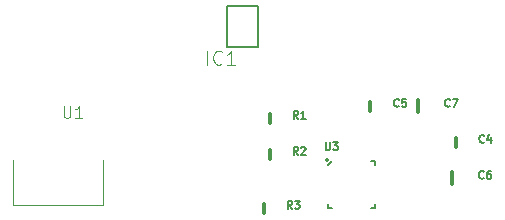
<source format=gbr>
%TF.GenerationSoftware,KiCad,Pcbnew,7.0.10*%
%TF.CreationDate,2024-01-26T16:43:20-08:00*%
%TF.ProjectId,FinalProject,46696e61-6c50-4726-9f6a-6563742e6b69,v2*%
%TF.SameCoordinates,Original*%
%TF.FileFunction,Legend,Top*%
%TF.FilePolarity,Positive*%
%FSLAX46Y46*%
G04 Gerber Fmt 4.6, Leading zero omitted, Abs format (unit mm)*
G04 Created by KiCad (PCBNEW 7.0.10) date 2024-01-26 16:43:20*
%MOMM*%
%LPD*%
G01*
G04 APERTURE LIST*
%ADD10C,0.146304*%
%ADD11C,0.100000*%
%ADD12C,0.101600*%
%ADD13C,0.304800*%
%ADD14C,0.127000*%
%ADD15C,0.203200*%
G04 APERTURE END LIST*
D10*
X168522796Y-94716350D02*
X168491058Y-94748088D01*
X168491058Y-94748088D02*
X168395844Y-94779825D01*
X168395844Y-94779825D02*
X168332368Y-94779825D01*
X168332368Y-94779825D02*
X168237155Y-94748088D01*
X168237155Y-94748088D02*
X168173679Y-94684612D01*
X168173679Y-94684612D02*
X168141941Y-94621136D01*
X168141941Y-94621136D02*
X168110203Y-94494184D01*
X168110203Y-94494184D02*
X168110203Y-94398971D01*
X168110203Y-94398971D02*
X168141941Y-94272019D01*
X168141941Y-94272019D02*
X168173679Y-94208543D01*
X168173679Y-94208543D02*
X168237155Y-94145067D01*
X168237155Y-94145067D02*
X168332368Y-94113329D01*
X168332368Y-94113329D02*
X168395844Y-94113329D01*
X168395844Y-94113329D02*
X168491058Y-94145067D01*
X168491058Y-94145067D02*
X168522796Y-94176805D01*
X168744961Y-94113329D02*
X169189292Y-94113329D01*
X169189292Y-94113329D02*
X168903651Y-94779825D01*
X155668796Y-98843825D02*
X155446631Y-98526446D01*
X155287941Y-98843825D02*
X155287941Y-98177329D01*
X155287941Y-98177329D02*
X155541844Y-98177329D01*
X155541844Y-98177329D02*
X155605320Y-98209067D01*
X155605320Y-98209067D02*
X155637058Y-98240805D01*
X155637058Y-98240805D02*
X155668796Y-98304281D01*
X155668796Y-98304281D02*
X155668796Y-98399495D01*
X155668796Y-98399495D02*
X155637058Y-98462971D01*
X155637058Y-98462971D02*
X155605320Y-98494708D01*
X155605320Y-98494708D02*
X155541844Y-98526446D01*
X155541844Y-98526446D02*
X155287941Y-98526446D01*
X155922699Y-98240805D02*
X155954437Y-98209067D01*
X155954437Y-98209067D02*
X156017913Y-98177329D01*
X156017913Y-98177329D02*
X156176602Y-98177329D01*
X156176602Y-98177329D02*
X156240078Y-98209067D01*
X156240078Y-98209067D02*
X156271816Y-98240805D01*
X156271816Y-98240805D02*
X156303554Y-98304281D01*
X156303554Y-98304281D02*
X156303554Y-98367757D01*
X156303554Y-98367757D02*
X156271816Y-98462971D01*
X156271816Y-98462971D02*
X155890961Y-98843825D01*
X155890961Y-98843825D02*
X156303554Y-98843825D01*
X171416796Y-97764350D02*
X171385058Y-97796088D01*
X171385058Y-97796088D02*
X171289844Y-97827825D01*
X171289844Y-97827825D02*
X171226368Y-97827825D01*
X171226368Y-97827825D02*
X171131155Y-97796088D01*
X171131155Y-97796088D02*
X171067679Y-97732612D01*
X171067679Y-97732612D02*
X171035941Y-97669136D01*
X171035941Y-97669136D02*
X171004203Y-97542184D01*
X171004203Y-97542184D02*
X171004203Y-97446971D01*
X171004203Y-97446971D02*
X171035941Y-97320019D01*
X171035941Y-97320019D02*
X171067679Y-97256543D01*
X171067679Y-97256543D02*
X171131155Y-97193067D01*
X171131155Y-97193067D02*
X171226368Y-97161329D01*
X171226368Y-97161329D02*
X171289844Y-97161329D01*
X171289844Y-97161329D02*
X171385058Y-97193067D01*
X171385058Y-97193067D02*
X171416796Y-97224805D01*
X171988078Y-97383495D02*
X171988078Y-97827825D01*
X171829389Y-97129592D02*
X171670699Y-97605660D01*
X171670699Y-97605660D02*
X172083292Y-97605660D01*
D11*
X135817095Y-94731419D02*
X135817095Y-95540942D01*
X135817095Y-95540942D02*
X135864714Y-95636180D01*
X135864714Y-95636180D02*
X135912333Y-95683800D01*
X135912333Y-95683800D02*
X136007571Y-95731419D01*
X136007571Y-95731419D02*
X136198047Y-95731419D01*
X136198047Y-95731419D02*
X136293285Y-95683800D01*
X136293285Y-95683800D02*
X136340904Y-95636180D01*
X136340904Y-95636180D02*
X136388523Y-95540942D01*
X136388523Y-95540942D02*
X136388523Y-94731419D01*
X137388523Y-95731419D02*
X136817095Y-95731419D01*
X137102809Y-95731419D02*
X137102809Y-94731419D01*
X137102809Y-94731419D02*
X137007571Y-94874276D01*
X137007571Y-94874276D02*
X136912333Y-94969514D01*
X136912333Y-94969514D02*
X136817095Y-95017133D01*
D12*
X147986032Y-91215726D02*
X147986032Y-90047326D01*
X149210070Y-91104449D02*
X149154432Y-91160088D01*
X149154432Y-91160088D02*
X148987518Y-91215726D01*
X148987518Y-91215726D02*
X148876242Y-91215726D01*
X148876242Y-91215726D02*
X148709327Y-91160088D01*
X148709327Y-91160088D02*
X148598051Y-91048811D01*
X148598051Y-91048811D02*
X148542413Y-90937535D01*
X148542413Y-90937535D02*
X148486775Y-90714983D01*
X148486775Y-90714983D02*
X148486775Y-90548068D01*
X148486775Y-90548068D02*
X148542413Y-90325516D01*
X148542413Y-90325516D02*
X148598051Y-90214240D01*
X148598051Y-90214240D02*
X148709327Y-90102964D01*
X148709327Y-90102964D02*
X148876242Y-90047326D01*
X148876242Y-90047326D02*
X148987518Y-90047326D01*
X148987518Y-90047326D02*
X149154432Y-90102964D01*
X149154432Y-90102964D02*
X149210070Y-90158602D01*
X150322832Y-91215726D02*
X149655175Y-91215726D01*
X149989003Y-91215726D02*
X149989003Y-90047326D01*
X149989003Y-90047326D02*
X149877727Y-90214240D01*
X149877727Y-90214240D02*
X149766451Y-90325516D01*
X149766451Y-90325516D02*
X149655175Y-90381154D01*
D10*
X158005941Y-97790329D02*
X158005941Y-98329874D01*
X158005941Y-98329874D02*
X158037679Y-98393350D01*
X158037679Y-98393350D02*
X158069417Y-98425088D01*
X158069417Y-98425088D02*
X158132893Y-98456825D01*
X158132893Y-98456825D02*
X158259844Y-98456825D01*
X158259844Y-98456825D02*
X158323320Y-98425088D01*
X158323320Y-98425088D02*
X158355058Y-98393350D01*
X158355058Y-98393350D02*
X158386796Y-98329874D01*
X158386796Y-98329874D02*
X158386796Y-97790329D01*
X158640699Y-97790329D02*
X159053292Y-97790329D01*
X159053292Y-97790329D02*
X158831127Y-98044233D01*
X158831127Y-98044233D02*
X158926340Y-98044233D01*
X158926340Y-98044233D02*
X158989816Y-98075971D01*
X158989816Y-98075971D02*
X159021554Y-98107708D01*
X159021554Y-98107708D02*
X159053292Y-98171184D01*
X159053292Y-98171184D02*
X159053292Y-98329874D01*
X159053292Y-98329874D02*
X159021554Y-98393350D01*
X159021554Y-98393350D02*
X158989816Y-98425088D01*
X158989816Y-98425088D02*
X158926340Y-98456825D01*
X158926340Y-98456825D02*
X158735913Y-98456825D01*
X158735913Y-98456825D02*
X158672437Y-98425088D01*
X158672437Y-98425088D02*
X158640699Y-98393350D01*
X164207196Y-94729550D02*
X164175458Y-94761288D01*
X164175458Y-94761288D02*
X164080244Y-94793025D01*
X164080244Y-94793025D02*
X164016768Y-94793025D01*
X164016768Y-94793025D02*
X163921555Y-94761288D01*
X163921555Y-94761288D02*
X163858079Y-94697812D01*
X163858079Y-94697812D02*
X163826341Y-94634336D01*
X163826341Y-94634336D02*
X163794603Y-94507384D01*
X163794603Y-94507384D02*
X163794603Y-94412171D01*
X163794603Y-94412171D02*
X163826341Y-94285219D01*
X163826341Y-94285219D02*
X163858079Y-94221743D01*
X163858079Y-94221743D02*
X163921555Y-94158267D01*
X163921555Y-94158267D02*
X164016768Y-94126529D01*
X164016768Y-94126529D02*
X164080244Y-94126529D01*
X164080244Y-94126529D02*
X164175458Y-94158267D01*
X164175458Y-94158267D02*
X164207196Y-94190005D01*
X164810216Y-94126529D02*
X164492837Y-94126529D01*
X164492837Y-94126529D02*
X164461099Y-94443908D01*
X164461099Y-94443908D02*
X164492837Y-94412171D01*
X164492837Y-94412171D02*
X164556313Y-94380433D01*
X164556313Y-94380433D02*
X164715002Y-94380433D01*
X164715002Y-94380433D02*
X164778478Y-94412171D01*
X164778478Y-94412171D02*
X164810216Y-94443908D01*
X164810216Y-94443908D02*
X164841954Y-94507384D01*
X164841954Y-94507384D02*
X164841954Y-94666074D01*
X164841954Y-94666074D02*
X164810216Y-94729550D01*
X164810216Y-94729550D02*
X164778478Y-94761288D01*
X164778478Y-94761288D02*
X164715002Y-94793025D01*
X164715002Y-94793025D02*
X164556313Y-94793025D01*
X164556313Y-94793025D02*
X164492837Y-94761288D01*
X164492837Y-94761288D02*
X164461099Y-94729550D01*
X155668796Y-95795825D02*
X155446631Y-95478446D01*
X155287941Y-95795825D02*
X155287941Y-95129329D01*
X155287941Y-95129329D02*
X155541844Y-95129329D01*
X155541844Y-95129329D02*
X155605320Y-95161067D01*
X155605320Y-95161067D02*
X155637058Y-95192805D01*
X155637058Y-95192805D02*
X155668796Y-95256281D01*
X155668796Y-95256281D02*
X155668796Y-95351495D01*
X155668796Y-95351495D02*
X155637058Y-95414971D01*
X155637058Y-95414971D02*
X155605320Y-95446708D01*
X155605320Y-95446708D02*
X155541844Y-95478446D01*
X155541844Y-95478446D02*
X155287941Y-95478446D01*
X156303554Y-95795825D02*
X155922699Y-95795825D01*
X156113127Y-95795825D02*
X156113127Y-95129329D01*
X156113127Y-95129329D02*
X156049651Y-95224543D01*
X156049651Y-95224543D02*
X155986175Y-95288019D01*
X155986175Y-95288019D02*
X155922699Y-95319757D01*
X155160796Y-103415825D02*
X154938631Y-103098446D01*
X154779941Y-103415825D02*
X154779941Y-102749329D01*
X154779941Y-102749329D02*
X155033844Y-102749329D01*
X155033844Y-102749329D02*
X155097320Y-102781067D01*
X155097320Y-102781067D02*
X155129058Y-102812805D01*
X155129058Y-102812805D02*
X155160796Y-102876281D01*
X155160796Y-102876281D02*
X155160796Y-102971495D01*
X155160796Y-102971495D02*
X155129058Y-103034971D01*
X155129058Y-103034971D02*
X155097320Y-103066708D01*
X155097320Y-103066708D02*
X155033844Y-103098446D01*
X155033844Y-103098446D02*
X154779941Y-103098446D01*
X155382961Y-102749329D02*
X155795554Y-102749329D01*
X155795554Y-102749329D02*
X155573389Y-103003233D01*
X155573389Y-103003233D02*
X155668602Y-103003233D01*
X155668602Y-103003233D02*
X155732078Y-103034971D01*
X155732078Y-103034971D02*
X155763816Y-103066708D01*
X155763816Y-103066708D02*
X155795554Y-103130184D01*
X155795554Y-103130184D02*
X155795554Y-103288874D01*
X155795554Y-103288874D02*
X155763816Y-103352350D01*
X155763816Y-103352350D02*
X155732078Y-103384088D01*
X155732078Y-103384088D02*
X155668602Y-103415825D01*
X155668602Y-103415825D02*
X155478175Y-103415825D01*
X155478175Y-103415825D02*
X155414699Y-103384088D01*
X155414699Y-103384088D02*
X155382961Y-103352350D01*
X171394796Y-100812350D02*
X171363058Y-100844088D01*
X171363058Y-100844088D02*
X171267844Y-100875825D01*
X171267844Y-100875825D02*
X171204368Y-100875825D01*
X171204368Y-100875825D02*
X171109155Y-100844088D01*
X171109155Y-100844088D02*
X171045679Y-100780612D01*
X171045679Y-100780612D02*
X171013941Y-100717136D01*
X171013941Y-100717136D02*
X170982203Y-100590184D01*
X170982203Y-100590184D02*
X170982203Y-100494971D01*
X170982203Y-100494971D02*
X171013941Y-100368019D01*
X171013941Y-100368019D02*
X171045679Y-100304543D01*
X171045679Y-100304543D02*
X171109155Y-100241067D01*
X171109155Y-100241067D02*
X171204368Y-100209329D01*
X171204368Y-100209329D02*
X171267844Y-100209329D01*
X171267844Y-100209329D02*
X171363058Y-100241067D01*
X171363058Y-100241067D02*
X171394796Y-100272805D01*
X171966078Y-100209329D02*
X171839127Y-100209329D01*
X171839127Y-100209329D02*
X171775651Y-100241067D01*
X171775651Y-100241067D02*
X171743913Y-100272805D01*
X171743913Y-100272805D02*
X171680437Y-100368019D01*
X171680437Y-100368019D02*
X171648699Y-100494971D01*
X171648699Y-100494971D02*
X171648699Y-100748874D01*
X171648699Y-100748874D02*
X171680437Y-100812350D01*
X171680437Y-100812350D02*
X171712175Y-100844088D01*
X171712175Y-100844088D02*
X171775651Y-100875825D01*
X171775651Y-100875825D02*
X171902602Y-100875825D01*
X171902602Y-100875825D02*
X171966078Y-100844088D01*
X171966078Y-100844088D02*
X171997816Y-100812350D01*
X171997816Y-100812350D02*
X172029554Y-100748874D01*
X172029554Y-100748874D02*
X172029554Y-100590184D01*
X172029554Y-100590184D02*
X171997816Y-100526708D01*
X171997816Y-100526708D02*
X171966078Y-100494971D01*
X171966078Y-100494971D02*
X171902602Y-100463233D01*
X171902602Y-100463233D02*
X171775651Y-100463233D01*
X171775651Y-100463233D02*
X171712175Y-100494971D01*
X171712175Y-100494971D02*
X171680437Y-100526708D01*
X171680437Y-100526708D02*
X171648699Y-100590184D01*
D13*
%TO.C,C7*%
X165855000Y-94234000D02*
X165855000Y-95250000D01*
%TO.C,R2*%
X153255000Y-98406000D02*
X153255000Y-99206000D01*
%TO.C,C4*%
X169003000Y-97390000D02*
X169003000Y-98190000D01*
D11*
%TO.C,U1*%
X131499000Y-99314000D02*
X131499000Y-103124000D01*
X131499000Y-103124000D02*
X139119000Y-103124000D01*
X139119000Y-103124000D02*
X139119000Y-99314000D01*
D14*
%TO.C,IC1*%
X149616000Y-86264000D02*
X152266000Y-86264000D01*
X149616000Y-89764000D02*
X149616000Y-86264000D01*
X152266000Y-86264000D02*
X152266000Y-89764000D01*
X152266000Y-89764000D02*
X149616000Y-89764000D01*
D15*
%TO.C,U3*%
X158201000Y-103346000D02*
X158201000Y-102996000D01*
X158551000Y-99346000D02*
X158201000Y-99696000D01*
X158551000Y-103346000D02*
X158201000Y-103346000D01*
X161851000Y-103346000D02*
X162201000Y-103346000D01*
X162201000Y-99346000D02*
X161851000Y-99346000D01*
X162201000Y-99696000D02*
X162201000Y-99346000D01*
X162201000Y-102996000D02*
X162201000Y-103346000D01*
X158245200Y-99263200D02*
G75*
G03*
X157991200Y-99263200I-127000J0D01*
G01*
X157991200Y-99263200D02*
G75*
G03*
X158245200Y-99263200I127000J0D01*
G01*
D13*
%TO.C,C5*%
X161793400Y-94355200D02*
X161793400Y-95155200D01*
%TO.C,R1*%
X153255000Y-95358000D02*
X153255000Y-96158000D01*
%TO.C,R3*%
X152747000Y-102978000D02*
X152747000Y-103778000D01*
%TO.C,C6*%
X168727000Y-100330000D02*
X168727000Y-101346000D01*
%TD*%
M02*

</source>
